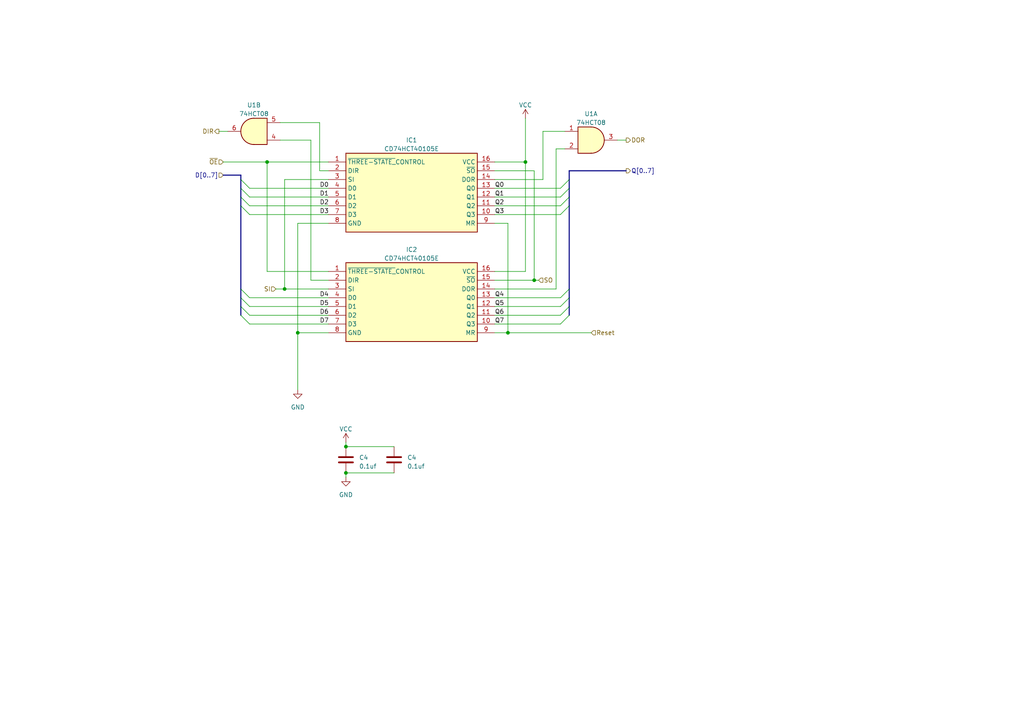
<source format=kicad_sch>
(kicad_sch (version 20230121) (generator eeschema)
  (paper "A4")
  (lib_symbols
    (symbol "74xx:74LS08" (pin_names (offset 1.016))
      (property "Reference" "U" (at 0 1.27 0))
      (property "Value" "74LS08" (at 0 -1.27 0))
      (symbol "74LS08_1_1"
        (arc (start 0 -3.81) (mid 3.7934 0) (end 0 3.81) (stroke (width 0.254)) (fill (type background)))
        (polyline (pts (xy 0 3.81) (xy -3.81 3.81) (xy -3.81 -3.81) (xy 0 -3.81)) (stroke (width 0.254)) (fill (type background)))
        (pin input line (at -7.62 2.54 0) (length 3.81) (name "~") (number "1"))
        (pin input line (at -7.62 -2.54 0) (length 3.81) (name "~") (number "2"))
        (pin output line (at 7.62 0 180) (length 3.81) (name "~") (number "3"))
      )
      (symbol "74LS08_1_2"
        (arc (start -3.81 -3.81) (mid -2.589 0) (end -3.81 3.81) (stroke (width 0.254)))
        (arc (start -0.6096 -3.81) (mid 2.1842 -2.5851) (end 3.81 0) (stroke (width 0.254)) (fill (type background)))
        (polyline (pts (xy -3.81 -3.81) (xy -0.635 -3.81)) (stroke (width 0.254)) (fill (type background)))
        (polyline (pts (xy -3.81 3.81) (xy -0.635 3.81)) (stroke (width 0.254)) (fill (type background)))
        (polyline (pts (xy -0.635 3.81) (xy -3.81 3.81) (xy -3.81 3.81) (xy -3.556 3.4036) (xy -3.0226 2.2606) (xy -2.6924 1.0414) (xy -2.6162 -0.254) (xy -2.7686 -1.4986) (xy -3.175 -2.7178) (xy -3.81 -3.81) (xy -3.81 -3.81) (xy -0.635 -3.81)) (stroke (width -25.4)) (fill (type background)))
        (arc (start 3.81 0) (mid 2.1915 2.5936) (end -0.6096 3.81) (stroke (width 0.254)) (fill (type background)))
        (pin input inverted (at -7.62 2.54 0) (length 4.318) (name "~") (number "1"))
        (pin input inverted (at -7.62 -2.54 0) (length 4.318) (name "~") (number "2"))
        (pin output inverted (at 7.62 0 180) (length 3.81) (name "~") (number "3"))
      )
      (symbol "74LS08_2_1"
        (arc (start 0 -3.81) (mid 3.7934 0) (end 0 3.81) (stroke (width 0.254)) (fill (type background)))
        (polyline (pts (xy 0 3.81) (xy -3.81 3.81) (xy -3.81 -3.81) (xy 0 -3.81)) (stroke (width 0.254)) (fill (type background)))
        (pin input line (at -7.62 2.54 0) (length 3.81) (name "~") (number "4"))
        (pin input line (at -7.62 -2.54 0) (length 3.81) (name "~") (number "5"))
        (pin output line (at 7.62 0 180) (length 3.81) (name "~") (number "6"))
      )
      (symbol "74LS08_2_2"
        (arc (start -3.81 -3.81) (mid -2.589 0) (end -3.81 3.81) (stroke (width 0.254)))
        (arc (start -0.6096 -3.81) (mid 2.1842 -2.5851) (end 3.81 0) (stroke (width 0.254)) (fill (type background)))
        (polyline (pts (xy -3.81 -3.81) (xy -0.635 -3.81)) (stroke (width 0.254)) (fill (type background)))
        (polyline (pts (xy -3.81 3.81) (xy -0.635 3.81)) (stroke (width 0.254)) (fill (type background)))
        (polyline (pts (xy -0.635 3.81) (xy -3.81 3.81) (xy -3.81 3.81) (xy -3.556 3.4036) (xy -3.0226 2.2606) (xy -2.6924 1.0414) (xy -2.6162 -0.254) (xy -2.7686 -1.4986) (xy -3.175 -2.7178) (xy -3.81 -3.81) (xy -3.81 -3.81) (xy -0.635 -3.81)) (stroke (width -25.4)) (fill (type background)))
        (arc (start 3.81 0) (mid 2.1915 2.5936) (end -0.6096 3.81) (stroke (width 0.254)) (fill (type background)))
        (pin input inverted (at -7.62 2.54 0) (length 4.318) (name "~") (number "4"))
        (pin input inverted (at -7.62 -2.54 0) (length 4.318) (name "~") (number "5"))
        (pin output inverted (at 7.62 0 180) (length 3.81) (name "~") (number "6"))
      )
      (symbol "74LS08_3_1"
        (arc (start 0 -3.81) (mid 3.7934 0) (end 0 3.81) (stroke (width 0.254)) (fill (type background)))
        (polyline (pts (xy 0 3.81) (xy -3.81 3.81) (xy -3.81 -3.81) (xy 0 -3.81)) (stroke (width 0.254)) (fill (type background)))
        (pin input line (at -7.62 -2.54 0) (length 3.81) (name "~") (number "10"))
        (pin output line (at 7.62 0 180) (length 3.81) (name "~") (number "8"))
        (pin input line (at -7.62 2.54 0) (length 3.81) (name "~") (number "9"))
      )
      (symbol "74LS08_3_2"
        (arc (start -3.81 -3.81) (mid -2.589 0) (end -3.81 3.81) (stroke (width 0.254)))
        (arc (start -0.6096 -3.81) (mid 2.1842 -2.5851) (end 3.81 0) (stroke (width 0.254)) (fill (type background)))
        (polyline (pts (xy -3.81 -3.81) (xy -0.635 -3.81)) (stroke (width 0.254)) (fill (type background)))
        (polyline (pts (xy -3.81 3.81) (xy -0.635 3.81)) (stroke (width 0.254)) (fill (type background)))
        (polyline (pts (xy -0.635 3.81) (xy -3.81 3.81) (xy -3.81 3.81) (xy -3.556 3.4036) (xy -3.0226 2.2606) (xy -2.6924 1.0414) (xy -2.6162 -0.254) (xy -2.7686 -1.4986) (xy -3.175 -2.7178) (xy -3.81 -3.81) (xy -3.81 -3.81) (xy -0.635 -3.81)) (stroke (width -25.4)) (fill (type background)))
        (arc (start 3.81 0) (mid 2.1915 2.5936) (end -0.6096 3.81) (stroke (width 0.254)) (fill (type background)))
        (pin input inverted (at -7.62 -2.54 0) (length 4.318) (name "~") (number "10"))
        (pin output inverted (at 7.62 0 180) (length 3.81) (name "~") (number "8"))
        (pin input inverted (at -7.62 2.54 0) (length 4.318) (name "~") (number "9"))
      )
      (symbol "74LS08_4_1"
        (arc (start 0 -3.81) (mid 3.7934 0) (end 0 3.81) (stroke (width 0.254)) (fill (type background)))
        (polyline (pts (xy 0 3.81) (xy -3.81 3.81) (xy -3.81 -3.81) (xy 0 -3.81)) (stroke (width 0.254)) (fill (type background)))
        (pin output line (at 7.62 0 180) (length 3.81) (name "~") (number "11"))
        (pin input line (at -7.62 2.54 0) (length 3.81) (name "~") (number "12"))
        (pin input line (at -7.62 -2.54 0) (length 3.81) (name "~") (number "13"))
      )
      (symbol "74LS08_4_2"
        (arc (start -3.81 -3.81) (mid -2.589 0) (end -3.81 3.81) (stroke (width 0.254)))
        (arc (start -0.6096 -3.81) (mid 2.1842 -2.5851) (end 3.81 0) (stroke (width 0.254)) (fill (type background)))
        (polyline (pts (xy -3.81 -3.81) (xy -0.635 -3.81)) (stroke (width 0.254)) (fill (type background)))
        (polyline (pts (xy -3.81 3.81) (xy -0.635 3.81)) (stroke (width 0.254)) (fill (type background)))
        (polyline (pts (xy -0.635 3.81) (xy -3.81 3.81) (xy -3.81 3.81) (xy -3.556 3.4036) (xy -3.0226 2.2606) (xy -2.6924 1.0414) (xy -2.6162 -0.254) (xy -2.7686 -1.4986) (xy -3.175 -2.7178) (xy -3.81 -3.81) (xy -3.81 -3.81) (xy -0.635 -3.81)) (stroke (width -25.4)) (fill (type background)))
        (arc (start 3.81 0) (mid 2.1915 2.5936) (end -0.6096 3.81) (stroke (width 0.254)) (fill (type background)))
        (pin output inverted (at 7.62 0 180) (length 3.81) (name "~") (number "11"))
        (pin input inverted (at -7.62 2.54 0) (length 4.318) (name "~") (number "12"))
        (pin input inverted (at -7.62 -2.54 0) (length 4.318) (name "~") (number "13"))
      )
      (symbol "74LS08_5_0"
        (pin power_in line (at 0 12.7 270) (length 5.08) (name "VCC") (number "14"))
        (pin power_in line (at 0 -12.7 90) (length 5.08) (name "GND") (number "7"))
      )
      (symbol "74LS08_5_1"
        (rectangle (start -5.08 7.62) (end 5.08 -7.62) (stroke (width 0.254)) (fill (type background)))
      )
    )
    (symbol "CD74HCT40105E:CD74HCT40105E"
      (property "Reference" "IC" (at 44.45 7.62 0))
      (property "Value" "CD74HCT40105E" (at 44.45 5.08 0))
      (symbol "CD74HCT40105E_1_1"
        (rectangle (start 5.08 2.54) (end 43.18 -20.32) (stroke (width 0.254)) (fill (type background)))
        (pin passive line (at 0 0 0) (length 5.08) (name "~{THREE-STATE_}CONTROL") (number "1"))
        (pin passive line (at 48.26 -15.24 180) (length 5.08) (name "Q3") (number "10"))
        (pin passive line (at 48.26 -12.7 180) (length 5.08) (name "Q2") (number "11"))
        (pin passive line (at 48.26 -10.16 180) (length 5.08) (name "Q1") (number "12"))
        (pin passive line (at 48.26 -7.62 180) (length 5.08) (name "Q0") (number "13"))
        (pin passive line (at 48.26 -5.08 180) (length 5.08) (name "DOR") (number "14"))
        (pin passive line (at 48.26 -2.54 180) (length 5.08) (name "~{SO}") (number "15"))
        (pin passive line (at 48.26 0 180) (length 5.08) (name "VCC") (number "16"))
        (pin passive line (at 0 -2.54 0) (length 5.08) (name "DIR") (number "2"))
        (pin passive line (at 0 -5.08 0) (length 5.08) (name "SI") (number "3"))
        (pin passive line (at 0 -7.62 0) (length 5.08) (name "D0") (number "4"))
        (pin passive line (at 0 -10.16 0) (length 5.08) (name "D1") (number "5"))
        (pin passive line (at 0 -12.7 0) (length 5.08) (name "D2") (number "6"))
        (pin passive line (at 0 -15.24 0) (length 5.08) (name "D3") (number "7"))
        (pin passive line (at 0 -17.78 0) (length 5.08) (name "GND") (number "8"))
        (pin passive line (at 48.26 -17.78 180) (length 5.08) (name "MR") (number "9"))
      )
    )
    (symbol "Device:C" (pin_numbers hide) (pin_names (offset 0.254))
      (property "Reference" "C" (at 0.635 2.54 0))
      (property "Value" "C" (at 0.635 -2.54 0))
      (symbol "C_0_1"
        (polyline (pts (xy -2.032 -0.762) (xy 2.032 -0.762)) (stroke (width 0.508)))
        (polyline (pts (xy -2.032 0.762) (xy 2.032 0.762)) (stroke (width 0.508)))
      )
      (symbol "C_1_1"
        (pin passive line (at 0 3.81 270) (length 2.794) (name "~") (number "1"))
        (pin passive line (at 0 -3.81 90) (length 2.794) (name "~") (number "2"))
      )
    )
    (symbol "power:GND" (power) (pin_names (offset 0))
      (property "Value" "GND" (at 0 -3.81 0))
      (symbol "GND_0_1"
        (polyline (pts (xy 0 0) (xy 0 -1.27) (xy 1.27 -1.27) (xy 0 -2.54) (xy -1.27 -1.27) (xy 0 -1.27)))
      )
      (symbol "GND_1_1"
        (pin power_in line (at 0 0 270) (length 0) hide (name "GND") (number "1"))
      )
    )
    (symbol "power:VCC" (power) (pin_names (offset 0))
      (property "Value" "VCC" (at 0 3.81 0))
      (symbol "VCC_0_1"
        (polyline (pts (xy -0.762 1.27) (xy 0 2.54)))
        (polyline (pts (xy 0 0) (xy 0 2.54)))
        (polyline (pts (xy 0 2.54) (xy 0.762 1.27)))
      )
      (symbol "VCC_1_1"
        (pin power_in line (at 0 0 90) (length 0) hide (name "VCC") (number "1"))
      )
    )
  )
  (junction (at 86.36 96.52))
  (junction (at 100.33 137.16))
  (junction (at 154.94 81.28))
  (junction (at 77.47 46.99))
  (junction (at 152.4 46.99))
  (junction (at 100.33 129.54))
  (junction (at 82.55 83.82))
  (junction (at 147.32 96.52))
  (bus_entry (at 69.85 83.82) (size 2.54 2.54))
  (bus_entry (at 69.85 54.61) (size 2.54 2.54))
  (bus_entry (at 69.85 59.69) (size 2.54 2.54))
  (bus_entry (at 165.1 57.15) (size -2.54 2.54))
  (bus_entry (at 69.85 91.44) (size 2.54 2.54))
  (bus_entry (at 165.1 59.69) (size -2.54 2.54))
  (bus_entry (at 69.85 57.15) (size 2.54 2.54))
  (bus_entry (at 165.1 52.07) (size -2.54 2.54))
  (bus_entry (at 165.1 88.9) (size -2.54 2.54))
  (bus_entry (at 69.85 86.36) (size 2.54 2.54))
  (bus_entry (at 165.1 83.82) (size -2.54 2.54))
  (bus_entry (at 165.1 86.36) (size -2.54 2.54))
  (bus_entry (at 165.1 54.61) (size -2.54 2.54))
  (bus_entry (at 69.85 88.9) (size 2.54 2.54))
  (bus_entry (at 69.85 52.07) (size 2.54 2.54))
  (bus_entry (at 165.1 91.44) (size -2.54 2.54))
  (wire (pts (xy 77.47 46.99) (xy 95.25 46.99)))
  (wire (pts (xy 143.51 64.77) (xy 147.32 64.77)))
  (wire (pts (xy 86.36 96.52) (xy 95.25 96.52)))
  (wire (pts (xy 143.51 49.53) (xy 154.94 49.53)))
  (wire (pts (xy 147.32 64.77) (xy 147.32 96.52)))
  (wire (pts (xy 100.33 137.16) (xy 100.33 138.43)))
  (bus (pts (xy 69.85 50.8) (xy 69.85 52.07)))
  (wire (pts (xy 162.56 62.23) (xy 143.51 62.23)))
  (bus (pts (xy 165.1 49.53) (xy 165.1 52.07)))
  (wire (pts (xy 143.51 91.44) (xy 162.56 91.44)))
  (wire (pts (xy 90.17 81.28) (xy 90.17 40.64)))
  (wire (pts (xy 80.01 83.82) (xy 82.55 83.82)))
  (wire (pts (xy 64.77 46.99) (xy 77.47 46.99)))
  (wire (pts (xy 82.55 83.82) (xy 95.25 83.82)))
  (wire (pts (xy 72.39 62.23) (xy 95.25 62.23)))
  (bus (pts (xy 69.85 57.15) (xy 69.85 59.69)))
  (wire (pts (xy 181.61 40.64) (xy 179.07 40.64)))
  (bus (pts (xy 165.1 54.61) (xy 165.1 57.15)))
  (wire (pts (xy 143.51 57.15) (xy 162.56 57.15)))
  (bus (pts (xy 69.85 88.9) (xy 69.85 91.44)))
  (bus (pts (xy 165.1 59.69) (xy 165.1 83.82)))
  (wire (pts (xy 95.25 78.74) (xy 77.47 78.74)))
  (wire (pts (xy 157.48 52.07) (xy 157.48 38.1)))
  (wire (pts (xy 147.32 96.52) (xy 171.45 96.52)))
  (wire (pts (xy 95.25 64.77) (xy 86.36 64.77)))
  (wire (pts (xy 72.39 93.98) (xy 95.25 93.98)))
  (wire (pts (xy 143.51 86.36) (xy 162.56 86.36)))
  (wire (pts (xy 95.25 52.07) (xy 82.55 52.07)))
  (wire (pts (xy 72.39 59.69) (xy 95.25 59.69)))
  (wire (pts (xy 90.17 40.64) (xy 81.28 40.64)))
  (wire (pts (xy 63.5 38.1) (xy 66.04 38.1)))
  (bus (pts (xy 165.1 83.82) (xy 165.1 86.36)))
  (wire (pts (xy 143.51 96.52) (xy 147.32 96.52)))
  (wire (pts (xy 154.94 49.53) (xy 154.94 81.28)))
  (bus (pts (xy 165.1 86.36) (xy 165.1 88.9)))
  (wire (pts (xy 143.51 52.07) (xy 157.48 52.07)))
  (bus (pts (xy 69.85 59.69) (xy 69.85 83.82)))
  (wire (pts (xy 143.51 81.28) (xy 154.94 81.28)))
  (wire (pts (xy 143.51 59.69) (xy 162.56 59.69)))
  (wire (pts (xy 86.36 96.52) (xy 86.36 113.03)))
  (wire (pts (xy 161.29 43.18) (xy 163.83 43.18)))
  (wire (pts (xy 114.3 129.54) (xy 100.33 129.54)))
  (wire (pts (xy 95.25 81.28) (xy 90.17 81.28)))
  (bus (pts (xy 64.77 50.8) (xy 69.85 50.8)))
  (wire (pts (xy 72.39 91.44) (xy 95.25 91.44)))
  (bus (pts (xy 69.85 83.82) (xy 69.85 86.36)))
  (wire (pts (xy 72.39 57.15) (xy 95.25 57.15)))
  (bus (pts (xy 69.85 54.61) (xy 69.85 57.15)))
  (wire (pts (xy 100.33 129.54) (xy 100.33 128.27)))
  (wire (pts (xy 154.94 81.28) (xy 156.21 81.28)))
  (wire (pts (xy 86.36 64.77) (xy 86.36 96.52)))
  (wire (pts (xy 143.51 78.74) (xy 152.4 78.74)))
  (bus (pts (xy 69.85 86.36) (xy 69.85 88.9)))
  (wire (pts (xy 77.47 78.74) (xy 77.47 46.99)))
  (wire (pts (xy 72.39 54.61) (xy 95.25 54.61)))
  (wire (pts (xy 82.55 52.07) (xy 82.55 83.82)))
  (bus (pts (xy 165.1 57.15) (xy 165.1 59.69)))
  (wire (pts (xy 143.51 83.82) (xy 161.29 83.82)))
  (wire (pts (xy 157.48 38.1) (xy 163.83 38.1)))
  (wire (pts (xy 161.29 83.82) (xy 161.29 43.18)))
  (bus (pts (xy 69.85 52.07) (xy 69.85 54.61)))
  (wire (pts (xy 72.39 86.36) (xy 95.25 86.36)))
  (wire (pts (xy 72.39 88.9) (xy 95.25 88.9)))
  (wire (pts (xy 152.4 78.74) (xy 152.4 46.99)))
  (bus (pts (xy 165.1 88.9) (xy 165.1 91.44)))
  (wire (pts (xy 143.51 88.9) (xy 162.56 88.9)))
  (wire (pts (xy 92.71 35.56) (xy 81.28 35.56)))
  (wire (pts (xy 114.3 137.16) (xy 100.33 137.16)))
  (wire (pts (xy 162.56 54.61) (xy 143.51 54.61)))
  (wire (pts (xy 95.25 49.53) (xy 92.71 49.53)))
  (wire (pts (xy 143.51 93.98) (xy 162.56 93.98)))
  (bus (pts (xy 181.61 49.53) (xy 165.1 49.53)))
  (bus (pts (xy 165.1 52.07) (xy 165.1 54.61)))
  (wire (pts (xy 152.4 34.29) (xy 152.4 46.99)))
  (wire (pts (xy 152.4 46.99) (xy 143.51 46.99)))
  (wire (pts (xy 92.71 49.53) (xy 92.71 35.56)))
  (label "D6" (at 92.71 91.44 0))
  (label "D0" (at 92.71 54.61 0))
  (label "D3" (at 92.71 62.23 0))
  (label "Q4" (at 143.51 86.36 0))
  (label "Q5" (at 143.51 88.9 0))
  (label "Q6" (at 143.51 91.44 0))
  (label "Q1" (at 143.51 57.15 0))
  (label "Q3" (at 143.51 62.23 0))
  (label "Q7" (at 143.51 93.98 0))
  (label "D1" (at 92.71 57.15 0))
  (label "D5" (at 92.71 88.9 0))
  (label "D2" (at 92.71 59.69 0))
  (label "D4" (at 92.71 86.36 0))
  (label "Q0" (at 143.51 54.61 0))
  (label "Q2" (at 143.51 59.69 0))
  (label "D7" (at 92.71 93.98 0))
  (hierarchical_label "Reset" (shape input) (at 171.45 96.52 0))
  (hierarchical_label "SO" (shape input) (at 156.21 81.28 0))
  (hierarchical_label "DIR" (shape output) (at 63.5 38.1 180))
  (hierarchical_label "Q[0..7]" (shape output) (at 181.61 49.53 0))
  (hierarchical_label "~{OE}" (shape input) (at 64.77 46.99 180))
  (hierarchical_label "SI" (shape input) (at 80.01 83.82 180))
  (hierarchical_label "DOR" (shape output) (at 181.61 40.64 0))
  (hierarchical_label "D[0..7]" (shape input) (at 64.77 50.8 180))
  (symbol (lib_id "power:VCC") (at 100.33 128.27 0) (unit 1)
    (property "Reference" "#PWR07" (effects hide))
    (property "Value" "VCC" (at 100.33 124.46 0))
    (instances (project "uart" (path "" (reference "#PWR07") (unit 1)) (path "" (reference "#PWR013") (unit 1)) (path "" (reference "#PWR015") (unit 1)) (path "" (reference "#PWR026") (unit 1)) (path "" (reference "#PWR030") (unit 1))))
  )
  (symbol (lib_id "power:GND") (at 86.36 113.03 0) (unit 1)
    (property "Reference" "#PWR012" (effects hide))
    (property "Value" "GND" (at 86.36 118.11 0))
    (instances (project "uart" (path "" (reference "#PWR012") (unit 1)) (path "" (reference "#PWR012") (unit 1)) (path "" (reference "#PWR025") (unit 1)) (path "" (reference "#PWR029") (unit 1))))
  )
  (symbol (lib_id "Device:C") (at 100.33 133.35 0) (unit 1)
    (property "Reference" "C4" (at 104.14 132.715 0) (effects (justify left)))
    (property "Value" "0.1uf" (at 104.14 135.255 0) (effects (justify left)))
    (property "Footprint" "Capacitor_THT:C_Rect_L7.2mm_W3.5mm_P5.00mm_FKS2_FKP2_MKS2_MKP2" (effects hide))
    (instances (project "uart" (path "" (reference "C4") (unit 1)) (path "" (reference "C8") (unit 1)) (path "" (reference "C10") (unit 1)) (path "" (reference "C11") (unit 1)) (path "" (reference "C13") (unit 1))))
  )
  (symbol (lib_id "CD74HCT40105E:CD74HCT40105E") (at 95.25 78.74 0) (unit 1)
    (property "Reference" "IC2" (at 119.38 72.39 0))
    (property "Value" "CD74HCT40105E" (at 119.38 74.93 0))
    (property "Footprint" "Package_DIP:DIP-16_W7.62mm" (effects hide))
    (property "Datasheet" "http://www.ti.com/lit/ds/symlink/cd74hct40105.pdf" (effects hide))
    (property "Height" "5.08" (effects hide))
    (property "Manufacturer_Name" "Texas Instruments" (effects hide))
    (property "Manufacturer_Part_Number" "CD74HCT40105E" (effects hide))
    (property "Mouser Part Number" "595-CD74HCT40105E" (effects hide))
    (property "Mouser Price/Stock" "https://www.mouser.com/Search/Refine.aspx?Keyword=595-CD74HCT40105E" (effects hide))
    (property "Arrow Part Number" "CD74HCT40105E" (effects hide))
    (property "Arrow Price/Stock" "https://www.arrow.com/en/products/cd74hct40105e/texas-instruments" (effects hide))
    (instances (project "uart" (path "" (reference "IC2") (unit 1)) (path "" (reference "U9") (unit 1)) (path "" (reference "U14") (unit 1))))
  )
  (symbol (lib_id "Device:C") (at 114.3 133.35 0) (unit 1)
    (property "Reference" "C4" (at 118.11 132.715 0) (effects (justify left)))
    (property "Value" "0.1uf" (at 118.11 135.255 0) (effects (justify left)))
    (property "Footprint" "Capacitor_THT:C_Rect_L7.2mm_W3.5mm_P5.00mm_FKS2_FKP2_MKS2_MKP2" (effects hide))
    (instances (project "uart" (path "" (reference "C4") (unit 1)) (path "" (reference "C8") (unit 1)) (path "" (reference "C9") (unit 1)) (path "" (reference "C12") (unit 1)) (path "" (reference "C14") (unit 1))))
  )
  (symbol (lib_id "74xx:74LS08") (at 73.66 38.1 180) (unit 2)
    (property "Reference" "U1" (at 73.6683 30.48 0))
    (property "Value" "74HCT08" (at 73.6683 33.02 0))
    (property "Footprint" "Package_DIP:DIP-14_W7.62mm" (effects hide))
    (property "Datasheet" "http://www.ti.com/lit/gpn/sn74LS08" (effects hide))
    (instances (project "uart" (path "" (reference "U1") (unit 2)) (path "" (reference "U1") (unit 3))))
  )
  (symbol (lib_id "power:VCC") (at 152.4 34.29 0) (unit 1)
    (property "Reference" "#PWR011" (effects hide))
    (property "Value" "VCC" (at 152.4 30.48 0))
    (instances (project "uart" (path "" (reference "#PWR011") (unit 1)) (path "" (reference "#PWR011") (unit 1)) (path "" (reference "#PWR028") (unit 1)) (path "" (reference "#PWR032") (unit 1))))
  )
  (symbol (lib_id "power:GND") (at 100.33 138.43 0) (unit 1)
    (property "Reference" "#PWR08" (effects hide))
    (property "Value" "GND" (at 100.33 143.51 0))
    (instances (project "uart" (path "" (reference "#PWR08") (unit 1)) (path "" (reference "#PWR014") (unit 1)) (path "" (reference "#PWR016") (unit 1)) (path "" (reference "#PWR027") (unit 1)) (path "" (reference "#PWR031") (unit 1))))
  )
  (symbol (lib_id "CD74HCT40105E:CD74HCT40105E") (at 95.25 46.99 0) (unit 1)
    (property "Reference" "IC1" (at 119.38 40.64 0))
    (property "Value" "CD74HCT40105E" (at 119.38 43.18 0))
    (property "Footprint" "Package_DIP:DIP-16_W7.62mm" (effects hide))
    (property "Datasheet" "http://www.ti.com/lit/ds/symlink/cd74hct40105.pdf" (effects hide))
    (property "Height" "5.08" (effects hide))
    (property "Manufacturer_Name" "Texas Instruments" (effects hide))
    (property "Manufacturer_Part_Number" "CD74HCT40105E" (effects hide))
    (property "Mouser Part Number" "595-CD74HCT40105E" (effects hide))
    (property "Mouser Price/Stock" "https://www.mouser.com/Search/Refine.aspx?Keyword=595-CD74HCT40105E" (effects hide))
    (property "Arrow Part Number" "CD74HCT40105E" (effects hide))
    (property "Arrow Price/Stock" "https://www.arrow.com/en/products/cd74hct40105e/texas-instruments" (effects hide))
    (instances (project "uart" (path "" (reference "IC1") (unit 1)) (path "" (reference "U8") (unit 1)) (path "" (reference "U13") (unit 1))))
  )
  (symbol (lib_id "74xx:74LS08") (at 171.45 40.64 0) (unit 1)
    (property "Reference" "U1" (at 171.4417 33.02 0))
    (property "Value" "74HCT08" (at 171.4417 35.56 0))
    (property "Footprint" "Package_DIP:DIP-14_W7.62mm" (effects hide))
    (property "Datasheet" "http://www.ti.com/lit/gpn/sn74LS08" (effects hide))
    (instances (project "uart" (path "" (reference "U1") (unit 1)) (path "" (reference "U1") (unit 4))))
  )
)
</source>
